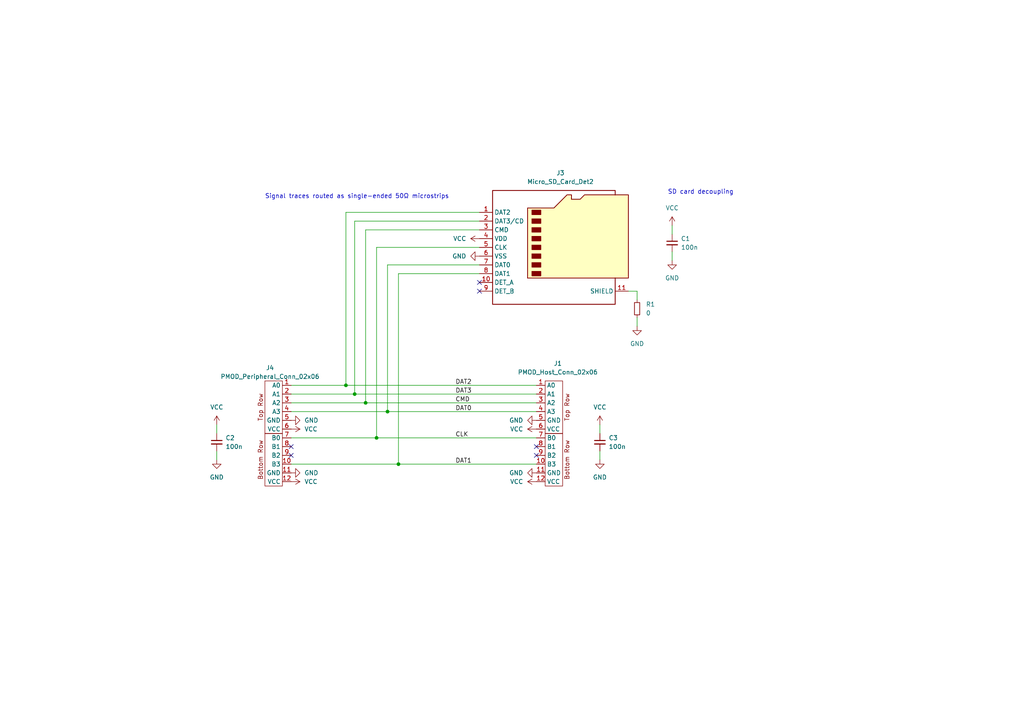
<source format=kicad_sch>
(kicad_sch (version 20230121) (generator eeschema)
  (paper "A4")
  (lib_symbols
    (symbol "Connector:Micro_SD_Card_Det2"
      (property "Reference" "J" (at -16.51 17.78 0))
      (property "Value" "Micro_SD_Card_Det2" (at 16.51 17.78 0))
      (symbol "Micro_SD_Card_Det2_0_1"
        (rectangle (start -7.62 -6.985) (end -5.08 -8.255) (stroke (width 0.254)) (fill (type outline)))
        (rectangle (start -7.62 -4.445) (end -5.08 -5.715) (stroke (width 0.254)) (fill (type outline)))
        (rectangle (start -7.62 -1.905) (end -5.08 -3.175) (stroke (width 0.254)) (fill (type outline)))
        (rectangle (start -7.62 0.635) (end -5.08 -0.635) (stroke (width 0.254)) (fill (type outline)))
        (rectangle (start -7.62 3.175) (end -5.08 1.905) (stroke (width 0.254)) (fill (type outline)))
        (rectangle (start -7.62 5.715) (end -5.08 4.445) (stroke (width 0.254)) (fill (type outline)))
        (rectangle (start -7.62 8.255) (end -5.08 6.985) (stroke (width 0.254)) (fill (type outline)))
        (rectangle (start -7.62 10.795) (end -5.08 9.525) (stroke (width 0.254)) (fill (type outline)))
        (polyline (pts (xy 16.51 15.24) (xy 16.51 16.51) (xy -19.05 16.51) (xy -19.05 -16.51) (xy 16.51 -16.51) (xy 16.51 -8.89)) (stroke (width 0.254)))
        (polyline (pts (xy -8.89 -8.89) (xy -8.89 11.43) (xy -1.27 11.43) (xy 2.54 15.24) (xy 3.81 15.24) (xy 3.81 13.97) (xy 6.35 13.97) (xy 7.62 15.24) (xy 20.32 15.24) (xy 20.32 -8.89) (xy -8.89 -8.89)) (stroke (width 0.254)) (fill (type background)))
      )
      (symbol "Micro_SD_Card_Det2_1_1"
        (pin bidirectional line (at -22.86 10.16 0) (length 3.81) (name "DAT2") (number "1"))
        (pin passive line (at -22.86 -10.16 0) (length 3.81) (name "DET_A") (number "10"))
        (pin passive line (at 20.32 -12.7 180) (length 3.81) (name "SHIELD") (number "11"))
        (pin bidirectional line (at -22.86 7.62 0) (length 3.81) (name "DAT3/CD") (number "2"))
        (pin input line (at -22.86 5.08 0) (length 3.81) (name "CMD") (number "3"))
        (pin power_in line (at -22.86 2.54 0) (length 3.81) (name "VDD") (number "4"))
        (pin input line (at -22.86 0 0) (length 3.81) (name "CLK") (number "5"))
        (pin power_in line (at -22.86 -2.54 0) (length 3.81) (name "VSS") (number "6"))
        (pin bidirectional line (at -22.86 -5.08 0) (length 3.81) (name "DAT0") (number "7"))
        (pin bidirectional line (at -22.86 -7.62 0) (length 3.81) (name "DAT1") (number "8"))
        (pin passive line (at -22.86 -12.7 0) (length 3.81) (name "DET_B") (number "9"))
      )
    )
    (symbol "Device:C_Small" (pin_numbers hide) (pin_names (offset 0.254) hide)
      (property "Reference" "C" (at 0.254 1.778 0))
      (property "Value" "C_Small" (at 0.254 -2.032 0))
      (symbol "C_Small_0_1"
        (polyline (pts (xy -1.524 -0.508) (xy 1.524 -0.508)) (stroke (width 0.3302)))
        (polyline (pts (xy -1.524 0.508) (xy 1.524 0.508)) (stroke (width 0.3048)))
      )
      (symbol "C_Small_1_1"
        (pin passive line (at 0 2.54 270) (length 2.032) (name "~") (number "1"))
        (pin passive line (at 0 -2.54 90) (length 2.032) (name "~") (number "2"))
      )
    )
    (symbol "Device:R_Small" (pin_numbers hide) (pin_names (offset 0.254) hide)
      (property "Reference" "R" (at 0.762 0.508 0))
      (property "Value" "R_Small" (at 0.762 -1.016 0))
      (symbol "R_Small_0_1"
        (rectangle (start -0.762 1.778) (end 0.762 -1.778) (stroke (width 0.2032)))
      )
      (symbol "R_Small_1_1"
        (pin passive line (at 0 2.54 270) (length 0.762) (name "~") (number "1"))
        (pin passive line (at 0 -2.54 90) (length 0.762) (name "~") (number "2"))
      )
    )
    (symbol "pmod:PMOD_Host_Conn_02x06"
      (property "Reference" "J" (at -0.635 -16.51 0))
      (property "Value" "PMOD_Host_Conn_02x06" (at 0 17.145 0))
      (symbol "PMOD_Host_Conn_02x06_0_0"
        (text "Bottom Row" (at 3.81 -7.62 900) (effects (font (size 1.27 1.27))))
        (text "Top Row" (at 3.81 7.62 900) (effects (font (size 1.27 1.27))))
      )
      (symbol "PMOD_Host_Conn_02x06_0_1"
        (rectangle (start -2.54 -15.24) (end 2.54 0))
        (rectangle (start -2.54 0) (end 2.54 15.24))
      )
      (symbol "PMOD_Host_Conn_02x06_1_1"
        (pin bidirectional line (at -5.08 13.97 0) (length 2.54) (name "A0") (number "1"))
        (pin bidirectional line (at -5.08 -8.89 0) (length 2.54) (name "B3") (number "10"))
        (pin power_out line (at -5.08 -11.43 0) (length 2.54) (name "GND") (number "11"))
        (pin power_out line (at -5.08 -13.97 0) (length 2.54) (name "VCC") (number "12"))
        (pin bidirectional line (at -5.08 11.43 0) (length 2.54) (name "A1") (number "2"))
        (pin bidirectional line (at -5.08 8.89 0) (length 2.54) (name "A2") (number "3"))
        (pin bidirectional line (at -5.08 6.35 0) (length 2.54) (name "A3") (number "4"))
        (pin power_out line (at -5.08 3.81 0) (length 2.54) (name "GND") (number "5"))
        (pin power_out line (at -5.08 1.27 0) (length 2.54) (name "VCC") (number "6"))
        (pin bidirectional line (at -5.08 -1.27 0) (length 2.54) (name "B0") (number "7"))
        (pin bidirectional line (at -5.08 -3.81 0) (length 2.54) (name "B1") (number "8"))
        (pin bidirectional line (at -5.08 -6.35 0) (length 2.54) (name "B2") (number "9"))
      )
    )
    (symbol "pmod:PMOD_Peripheral_Conn_02x06"
      (property "Reference" "J" (at 0 -16.51 0))
      (property "Value" "PMOD_Peripheral_Conn_02x06" (at 0 17.145 0))
      (symbol "PMOD_Peripheral_Conn_02x06_0_0"
        (text "Bottom Row" (at -3.81 -7.62 900) (effects (font (size 1.27 1.27))))
        (text "Top Row" (at -3.81 7.62 900) (effects (font (size 1.27 1.27))))
      )
      (symbol "PMOD_Peripheral_Conn_02x06_0_1"
        (rectangle (start -2.54 0) (end 2.54 -15.24))
        (rectangle (start -2.54 15.24) (end 2.54 0))
      )
      (symbol "PMOD_Peripheral_Conn_02x06_1_1"
        (pin bidirectional line (at 5.08 13.97 180) (length 2.54) (name "A0") (number "1"))
        (pin bidirectional line (at 5.08 -8.89 180) (length 2.54) (name "B3") (number "10"))
        (pin power_in line (at 5.08 -11.43 180) (length 2.54) (name "GND") (number "11"))
        (pin power_in line (at 5.08 -13.97 180) (length 2.54) (name "VCC") (number "12"))
        (pin bidirectional line (at 5.08 11.43 180) (length 2.54) (name "A1") (number "2"))
        (pin bidirectional line (at 5.08 8.89 180) (length 2.54) (name "A2") (number "3"))
        (pin bidirectional line (at 5.08 6.35 180) (length 2.54) (name "A3") (number "4"))
        (pin power_in line (at 5.08 3.81 180) (length 2.54) (name "GND") (number "5"))
        (pin power_in line (at 5.08 1.27 180) (length 2.54) (name "VCC") (number "6"))
        (pin bidirectional line (at 5.08 -1.27 180) (length 2.54) (name "B0") (number "7"))
        (pin bidirectional line (at 5.08 -3.81 180) (length 2.54) (name "B1") (number "8"))
        (pin bidirectional line (at 5.08 -6.35 180) (length 2.54) (name "B2") (number "9"))
      )
    )
    (symbol "power:GND" (power) (pin_names (offset 0))
      (property "Value" "GND" (at 0 -3.81 0))
      (symbol "GND_0_1"
        (polyline (pts (xy 0 0) (xy 0 -1.27) (xy 1.27 -1.27) (xy 0 -2.54) (xy -1.27 -1.27) (xy 0 -1.27)))
      )
      (symbol "GND_1_1"
        (pin power_in line (at 0 0 270) (length 0) hide (name "GND") (number "1"))
      )
    )
    (symbol "power:VCC" (power) (pin_names (offset 0))
      (property "Value" "VCC" (at 0 3.81 0))
      (symbol "VCC_0_1"
        (polyline (pts (xy -0.762 1.27) (xy 0 2.54)))
        (polyline (pts (xy 0 0) (xy 0 2.54)))
        (polyline (pts (xy 0 2.54) (xy 0.762 1.27)))
      )
      (symbol "VCC_1_1"
        (pin power_in line (at 0 0 90) (length 0) hide (name "VCC") (number "1"))
      )
    )
  )
  (junction (at 109.22 127))
  (junction (at 112.395 119.38))
  (junction (at 102.87 114.3))
  (junction (at 106.045 116.84))
  (junction (at 100.33 111.76))
  (junction (at 115.57 134.62))
  (no_connect (at 84.455 129.54))
  (no_connect (at 139.065 84.455))
  (no_connect (at 155.575 132.08))
  (no_connect (at 155.575 129.54))
  (no_connect (at 139.065 81.915))
  (no_connect (at 84.455 132.08))
  (wire (pts (xy 84.455 127) (xy 109.22 127)))
  (wire (pts (xy 100.33 111.76) (xy 155.575 111.76)))
  (wire (pts (xy 102.87 114.3) (xy 155.575 114.3)))
  (wire (pts (xy 112.395 76.835) (xy 112.395 119.38)))
  (wire (pts (xy 139.065 66.675) (xy 106.045 66.675)))
  (wire (pts (xy 62.865 130.81) (xy 62.865 133.35)))
  (wire (pts (xy 139.065 64.135) (xy 102.87 64.135)))
  (wire (pts (xy 84.455 134.62) (xy 115.57 134.62)))
  (wire (pts (xy 139.065 76.835) (xy 112.395 76.835)))
  (wire (pts (xy 139.065 61.595) (xy 100.33 61.595)))
  (wire (pts (xy 139.065 71.755) (xy 109.22 71.755)))
  (wire (pts (xy 112.395 119.38) (xy 155.575 119.38)))
  (wire (pts (xy 62.865 123.19) (xy 62.865 125.73)))
  (wire (pts (xy 84.455 116.84) (xy 106.045 116.84)))
  (wire (pts (xy 182.245 84.455) (xy 184.785 84.455)))
  (wire (pts (xy 84.455 114.3) (xy 102.87 114.3)))
  (wire (pts (xy 109.22 71.755) (xy 109.22 127)))
  (wire (pts (xy 106.045 116.84) (xy 155.575 116.84)))
  (wire (pts (xy 184.785 92.075) (xy 184.785 94.615)))
  (wire (pts (xy 115.57 79.375) (xy 115.57 134.62)))
  (wire (pts (xy 100.33 61.595) (xy 100.33 111.76)))
  (wire (pts (xy 106.045 66.675) (xy 106.045 116.84)))
  (wire (pts (xy 84.455 111.76) (xy 100.33 111.76)))
  (wire (pts (xy 115.57 134.62) (xy 155.575 134.62)))
  (wire (pts (xy 173.99 123.19) (xy 173.99 125.73)))
  (wire (pts (xy 184.785 84.455) (xy 184.785 86.995)))
  (wire (pts (xy 194.945 73.025) (xy 194.945 75.565)))
  (wire (pts (xy 102.87 64.135) (xy 102.87 114.3)))
  (wire (pts (xy 112.395 119.38) (xy 84.455 119.38)))
  (wire (pts (xy 194.945 65.405) (xy 194.945 67.945)))
  (wire (pts (xy 173.99 130.81) (xy 173.99 133.35)))
  (wire (pts (xy 139.065 79.375) (xy 115.57 79.375)))
  (wire (pts (xy 109.22 127) (xy 155.575 127)))
  (text "Signal traces routed as single-ended 50Ω microstrips" (at 76.835 57.785 0) (effects (font (size 1.27 1.27)) (justify left bottom)))
  (text "SD card decoupling" (at 193.675 56.515 0) (effects (font (size 1.27 1.27)) (justify left bottom)))
  (label "CLK" (at 132.08 127 0))
  (label "DAT0" (at 132.08 119.38 0))
  (label "DAT2" (at 132.08 111.76 0))
  (label "DAT3" (at 132.08 114.3 0))
  (label "CMD" (at 132.08 116.84 0))
  (label "DAT1" (at 132.08 134.62 0))
  (symbol (lib_id "pmod:PMOD_Host_Conn_02x06") (at 160.655 125.73 0) (unit 1)
    (property "Reference" "J1" (at 161.8008 105.41 0))
    (property "Value" "PMOD_Host_Conn_02x06" (at 161.8008 107.95 0))
    (property "Footprint" "pmod:PMOD_PinSocket_2x06_P2.54mm_Horizontal" (effects hide))
  )
  (symbol (lib_id "power:GND") (at 139.065 74.295 270) (unit 1)
    (property "Reference" "#PWR013" (effects hide))
    (property "Value" "GND" (at 135.255 74.295 90) (effects (justify right)))
  )
  (symbol (lib_id "power:VCC") (at 139.065 69.215 90) (unit 1)
    (property "Reference" "#PWR012" (effects hide))
    (property "Value" "VCC" (at 135.255 69.215 90) (effects (justify left)))
  )
  (symbol (lib_id "power:GND") (at 155.575 121.92 270) (mirror x) (unit 1)
    (property "Reference" "#PWR05" (effects hide))
    (property "Value" "GND" (at 151.765 121.92 90) (effects (justify right)))
  )
  (symbol (lib_id "power:GND") (at 173.99 133.35 0) (unit 1)
    (property "Reference" "#PWR017" (effects hide))
    (property "Value" "GND" (at 173.99 138.43 0))
  )
  (symbol (lib_id "power:GND") (at 84.455 121.92 90) (unit 1)
    (property "Reference" "#PWR01" (effects hide))
    (property "Value" "GND" (at 88.265 121.92 90) (effects (justify right)))
  )
  (symbol (lib_id "Device:C_Small") (at 194.945 70.485 0) (unit 1)
    (property "Reference" "C1" (at 197.485 69.2213 0) (effects (justify left)))
    (property "Value" "100n" (at 197.485 71.7613 0) (effects (justify left)))
    (property "Footprint" "Capacitor_SMD:C_0603_1608Metric" (effects hide))
  )
  (symbol (lib_id "Device:C_Small") (at 173.99 128.27 0) (unit 1)
    (property "Reference" "C3" (at 176.53 127.0063 0) (effects (justify left)))
    (property "Value" "100n" (at 176.53 129.5463 0) (effects (justify left)))
    (property "Footprint" "Capacitor_SMD:C_0603_1608Metric" (effects hide))
  )
  (symbol (lib_id "power:GND") (at 194.945 75.565 0) (unit 1)
    (property "Reference" "#PWR09" (effects hide))
    (property "Value" "GND" (at 194.945 80.645 0))
  )
  (symbol (lib_id "power:VCC") (at 62.865 123.19 0) (unit 1)
    (property "Reference" "#PWR014" (effects hide))
    (property "Value" "VCC" (at 62.865 118.11 0))
  )
  (symbol (lib_id "power:VCC") (at 155.575 124.46 90) (mirror x) (unit 1)
    (property "Reference" "#PWR06" (effects hide))
    (property "Value" "VCC" (at 151.765 124.46 90) (effects (justify left)))
  )
  (symbol (lib_id "power:GND") (at 62.865 133.35 0) (unit 1)
    (property "Reference" "#PWR015" (effects hide))
    (property "Value" "GND" (at 62.865 138.43 0))
  )
  (symbol (lib_id "power:VCC") (at 194.945 65.405 0) (unit 1)
    (property "Reference" "#PWR08" (effects hide))
    (property "Value" "VCC" (at 194.945 60.325 0))
  )
  (symbol (lib_id "power:GND") (at 84.455 137.16 90) (unit 1)
    (property "Reference" "#PWR010" (effects hide))
    (property "Value" "GND" (at 88.265 137.16 90) (effects (justify right)))
  )
  (symbol (lib_id "pmod:PMOD_Peripheral_Conn_02x06") (at 79.375 125.73 0) (unit 1)
    (property "Reference" "J4" (at 78.3232 106.68 0))
    (property "Value" "PMOD_Peripheral_Conn_02x06" (at 78.3232 109.22 0))
    (property "Footprint" "pmod:PMOD_PinHeader_2x06_P2.54mm_Horizontal" (effects hide))
  )
  (symbol (lib_id "power:GND") (at 155.575 137.16 270) (mirror x) (unit 1)
    (property "Reference" "#PWR02" (effects hide))
    (property "Value" "GND" (at 151.765 137.16 90) (effects (justify right)))
  )
  (symbol (lib_id "power:VCC") (at 173.99 123.19 0) (unit 1)
    (property "Reference" "#PWR016" (effects hide))
    (property "Value" "VCC" (at 173.99 118.11 0))
  )
  (symbol (lib_id "Connector:Micro_SD_Card_Det2") (at 161.925 71.755 0) (unit 1)
    (property "Reference" "J3" (at 162.56 50.165 0))
    (property "Value" "Micro_SD_Card_Det2" (at 162.56 52.705 0))
    (property "Footprint" "Connector_Card:microSD_HC_Hirose_DM3D-SF" (effects hide))
    (property "Datasheet" "https://www.hirose.com/en/product/document?clcode=&productname=&series=DM3&documenttype=Catalog&lang=en&documentid=D49662_en" (effects hide))
  )
  (symbol (lib_id "power:VCC") (at 84.455 124.46 270) (unit 1)
    (property "Reference" "#PWR03" (effects hide))
    (property "Value" "VCC" (at 88.265 124.46 90) (effects (justify left)))
  )
  (symbol (lib_id "Device:C_Small") (at 62.865 128.27 0) (unit 1)
    (property "Reference" "C2" (at 65.405 127.0063 0) (effects (justify left)))
    (property "Value" "100n" (at 65.405 129.5463 0) (effects (justify left)))
    (property "Footprint" "Capacitor_SMD:C_0603_1608Metric" (effects hide))
  )
  (symbol (lib_id "Device:R_Small") (at 184.785 89.535 0) (unit 1)
    (property "Reference" "R1" (at 187.325 88.265 0) (effects (justify left)))
    (property "Value" "0" (at 187.325 90.805 0) (effects (justify left)))
    (property "Footprint" "Resistor_SMD:R_0603_1608Metric" (effects hide))
  )
  (symbol (lib_id "power:GND") (at 184.785 94.615 0) (unit 1)
    (property "Reference" "#PWR07" (effects hide))
    (property "Value" "GND" (at 184.785 99.695 0))
  )
  (symbol (lib_id "power:VCC") (at 155.575 139.7 90) (mirror x) (unit 1)
    (property "Reference" "#PWR04" (effects hide))
    (property "Value" "VCC" (at 151.765 139.7 90) (effects (justify left)))
  )
  (symbol (lib_id "power:VCC") (at 84.455 139.7 270) (unit 1)
    (property "Reference" "#PWR011" (effects hide))
    (property "Value" "VCC" (at 88.265 139.7 90) (effects (justify left)))
  )
)
</source>
